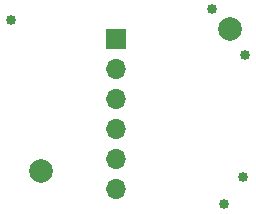
<source format=gbr>
%TF.GenerationSoftware,KiCad,Pcbnew,8.0.5*%
%TF.CreationDate,2024-11-24T16:22:37-07:00*%
%TF.ProjectId,ProgrammingBed,50726f67-7261-46d6-9d69-6e674265642e,rev?*%
%TF.SameCoordinates,Original*%
%TF.FileFunction,Soldermask,Bot*%
%TF.FilePolarity,Negative*%
%FSLAX46Y46*%
G04 Gerber Fmt 4.6, Leading zero omitted, Abs format (unit mm)*
G04 Created by KiCad (PCBNEW 8.0.5) date 2024-11-24 16:22:37*
%MOMM*%
%LPD*%
G01*
G04 APERTURE LIST*
%ADD10C,2.000000*%
%ADD11R,1.700000X1.700000*%
%ADD12O,1.700000X1.700000*%
%ADD13C,0.850000*%
G04 APERTURE END LIST*
D10*
%TO.C,H2*%
X-6400000Y-4800000D03*
%TD*%
D11*
%TO.C,J1*%
X0Y6350000D03*
D12*
X0Y3810000D03*
X0Y1270000D03*
X0Y-1270000D03*
X0Y-3810000D03*
X0Y-6350000D03*
%TD*%
D10*
%TO.C,H1*%
X9600000Y7200000D03*
%TD*%
D13*
%TO.C,J5*%
X8100000Y8850000D03*
%TD*%
%TO.C,J2*%
X9110000Y-7610000D03*
%TD*%
%TO.C,J3*%
X10700000Y-5300000D03*
%TD*%
%TO.C,J4*%
X-8900000Y7950000D03*
%TD*%
%TO.C,J6*%
X10900000Y5000000D03*
%TD*%
M02*

</source>
